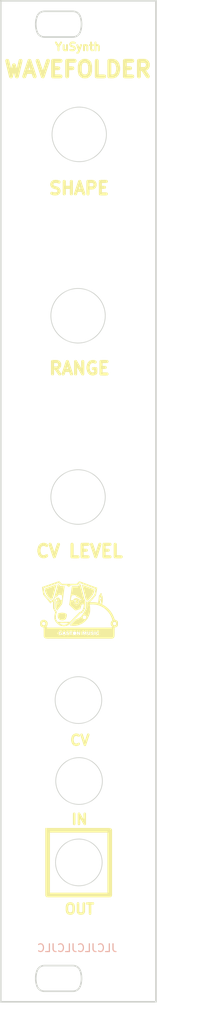
<source format=kicad_pcb>
(kicad_pcb (version 20211014) (generator pcbnew)
  (layers (0 "F.Cu" signal) (31 "B.Cu" signal) (34 "B.Paste" user) (35 "F.Paste" user) (36 "B.SilkS" user "B.Silkscreen") (37 "F.SilkS" user "F.Silkscreen") (38 "B.Mask" user) (39 "F.Mask" user) (44 "Edge.Cuts" user))
  (net 0 "")
  (footprint "Logos:Gaston-Music1" (layer "F.Cu") (at 31.45 101.45)
    (fp_text reference "G***")
    (fp_text value "LOGO" hide)
  )
  (gr_rect (start 27.4 128.7) (end 35.4 137) (layer "F.SilkS") (width 0.6) (fill none))
  (gr_arc (start 26.039003 146.717) (mid 26.404465 146.233584) (end 26.982003 146.05) (layer "Edge.Cuts") (width 0.2))
  (gr_line (start 26.982 26.95) (end 30.657997 26.95) (layer "Edge.Cuts") (width 0.2))
  (gr_line (start 26.982 149.35) (end 30.658 149.35) (layer "Edge.Cuts") (width 0.2))
  (gr_arc (start 26.039003 24.317) (mid 26.404465 23.833584) (end 26.982003 23.65) (layer "Edge.Cuts") (width 0.2))
  (gr_circle (center 31.37 112) (end 34.37 112) (layer "Edge.Cuts") (width 0.1) (fill none))
  (gr_circle (center 31.45 122.38125) (end 34.45 122.38125) (layer "Edge.Cuts") (width 0.1) (fill none))
  (gr_arc (start 31.601001 146.717) (mid 31.76962 147.7) (end 31.601001 148.683) (layer "Edge.Cuts") (width 0.2))
  (gr_circle (center 31.42 132.8225) (end 34.42 132.8225) (layer "Edge.Cuts") (width 0.1) (fill none))
  (gr_arc (start 26.038999 148.683) (mid 25.87038 147.7) (end 26.038999 146.717) (layer "Edge.Cuts") (width 0.2))
  (gr_circle (center 31.47 39.438714) (end 34.97 39.438714) (layer "Edge.Cuts") (width 0.1) (fill none))
  (gr_arc (start 26.982003 26.95) (mid 26.404465 26.766416) (end 26.039003 26.283) (layer "Edge.Cuts") (width 0.2))
  (gr_arc (start 31.600997 148.683) (mid 31.235533 149.166411) (end 30.658 149.35) (layer "Edge.Cuts") (width 0.2))
  (gr_arc (start 30.657997 146.05) (mid 31.235548 146.233573) (end 31.600997 146.717) (layer "Edge.Cuts") (width 0.2))
  (gr_line (start 30.658 146.05) (end 26.982003 146.05) (layer "Edge.Cuts") (width 0.2))
  (gr_line (start 21.37 22.3) (end 41.35 22.3) (layer "Edge.Cuts") (width 0.2))
  (gr_arc (start 26.038999 26.283) (mid 25.87038 25.3) (end 26.038999 24.317) (layer "Edge.Cuts") (width 0.2))
  (gr_line (start 41.35 22.3) (end 41.35 150.7) (layer "Edge.Cuts") (width 0.2))
  (gr_circle (center 31.32 85.95) (end 34.82 85.95) (layer "Edge.Cuts") (width 0.1) (fill none))
  (gr_circle (center 31.32 62.7) (end 34.82 62.7) (layer "Edge.Cuts") (width 0.1) (fill none))
  (gr_arc (start 31.601001 24.317) (mid 31.76962 25.3) (end 31.601001 26.283) (layer "Edge.Cuts") (width 0.2))
  (gr_arc (start 26.982003 149.35) (mid 26.404465 149.166416) (end 26.039003 148.683) (layer "Edge.Cuts") (width 0.2))
  (gr_arc (start 30.657997 23.65) (mid 31.235548 23.833573) (end 31.600997 24.317) (layer "Edge.Cuts") (width 0.2))
  (gr_line (start 21.37 150.7) (end 21.37 22.3) (layer "Edge.Cuts") (width 0.2))
  (gr_line (start 41.35 150.7) (end 21.37 150.7) (layer "Edge.Cuts") (width 0.2))
  (gr_line (start 30.658 23.65) (end 26.982003 23.65) (layer "Edge.Cuts") (width 0.2))
  (gr_arc (start 31.600997 26.283) (mid 31.235532 26.766404) (end 30.657997 26.95) (layer "Edge.Cuts") (width 0.2))
  (gr_text "JLCJLCJLCJLC" (at 31.2 143.8) (layer "B.SilkS") (effects (font (size 1 1)) (justify mirror)))
  (gr_text "SHAPE" (at 31.45 46.35) (layer "F.SilkS") (effects (font (size 1.6 1.6) (thickness 0.4))))
  (gr_text "OUT" (at 31.5 138.8) (layer "F.SilkS") (effects (font (size 1.3 1.3) (thickness 0.325))))
  (gr_text "RANGE" (at 31.5 69.45) (layer "F.SilkS") (effects (font (size 1.6 1.6) (thickness 0.4))))
  (gr_text "IN" (at 31.5 127.3) (layer "F.SilkS") (effects (font (size 1.3 1.3) (thickness 0.325))))
  (gr_text "YuSynth" (at 31.3 28.2) (layer "F.SilkS") (effects (font (size 1 1) (thickness 0.25))))
  (gr_text "WAVEFOLDER" (at 31.3 31.1) (layer "F.SilkS") (effects (font (size 2 2) (thickness 0.5))))
  (gr_text "CV LEVEL" (at 31.5 92.9) (layer "F.SilkS") (effects (font (size 1.6 1.6) (thickness 0.4))))
  (gr_text "CV" (at 31.55 117.15) (layer "F.SilkS") (effects (font (size 1.3 1.3) (thickness 0.325))))
)
</source>
